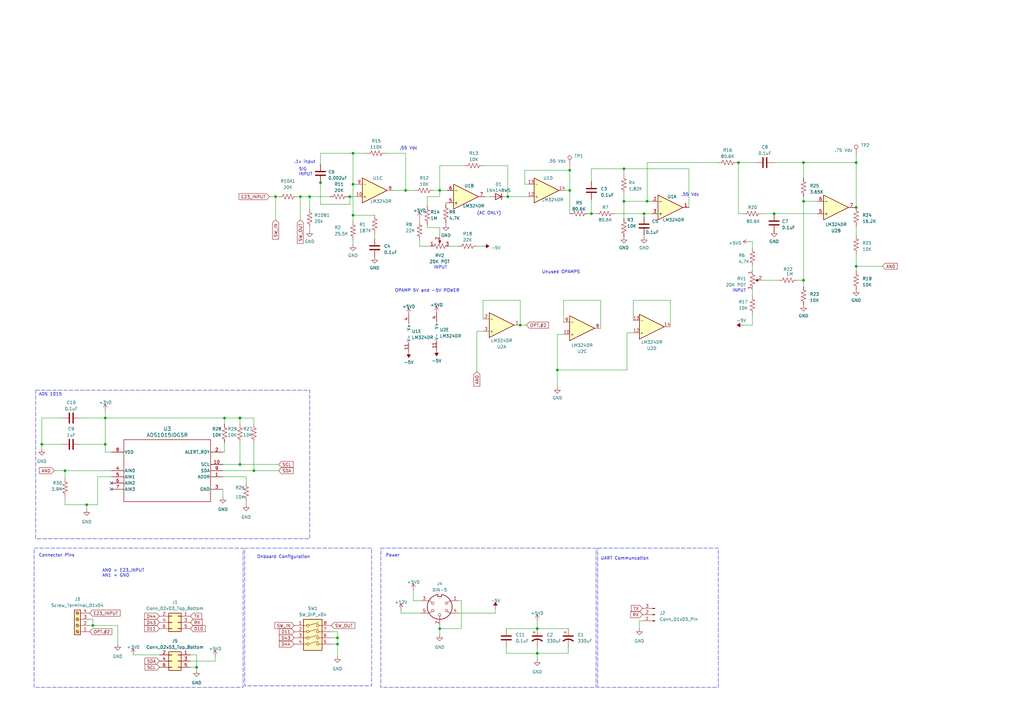
<source format=kicad_sch>
(kicad_sch (version 20231120) (generator "eeschema") (generator_version "8.0")
  (paper "A3")
  (title_block (title "Current Monitoring System (Bottom Board)") (date "2024-09-09") (rev "C1.06") (company "Secured Solutions Group") (comment 1 "David Nguyen") (comment 2 "david@securedsolutionsgroup.com") (comment 3 "(909)-896-1654"))
  (lib_symbols
    (symbol "Amplifier_Operational:LM324" (pin_names (offset 0.127))
      (property "Reference" "U" (at 0 5.08 0))
      (property "Value" "LM324" (at 0 -5.08 0))
      (symbol "LM324_1_1"
        (pin output line (at 7.62 0 180) (length 2.54) (name "~") (number "1"))
        (pin input line (at -7.62 -2.54 0) (length 2.54) (name "-") (number "2"))
        (pin input line (at -7.62 2.54 0) (length 2.54) (name "+") (number "3"))
      )
      (symbol "LM324_2_1"
        (pin input line (at -7.62 2.54 0) (length 2.54) (name "+") (number "5"))
        (pin input line (at -7.62 -2.54 0) (length 2.54) (name "-") (number "6"))
        (pin output line (at 7.62 0 180) (length 2.54) (name "~") (number "7"))
      )
      (symbol "LM324_3_1"
        (pin input line (at -7.62 2.54 0) (length 2.54) (name "+") (number "10"))
        (pin output line (at 7.62 0 180) (length 2.54) (name "~") (number "8"))
        (pin input line (at -7.62 -2.54 0) (length 2.54) (name "-") (number "9"))
      )
      (symbol "LM324_4_1"
        (pin input line (at -7.62 2.54 0) (length 2.54) (name "+") (number "12"))
        (pin input line (at -7.62 -2.54 0) (length 2.54) (name "-") (number "13"))
        (pin output line (at 7.62 0 180) (length 2.54) (name "~") (number "14"))
      )
      (symbol "LM324_5_1"
        (pin power_in line (at -2.54 -7.62 90) (length 3.81) (name "V-") (number "11"))
        (pin power_in line (at -2.54 7.62 270) (length 3.81) (name "V+") (number "4"))
      )
    )
    (symbol "Connector:Conn_01x03_Pin" (pin_names (offset 1.016) hide)
      (property "Reference" "J" (at 0 5.08 0))
      (property "Value" "Conn_01x03_Pin" (at 0 -5.08 0))
      (symbol "Conn_01x03_Pin_1_1"
        (pin passive line (at 5.08 2.54 180) (length 3.81) (name "Pin_1") (number "1"))
        (pin passive line (at 5.08 0 180) (length 3.81) (name "Pin_2") (number "2"))
        (pin passive line (at 5.08 -2.54 180) (length 3.81) (name "Pin_3") (number "3"))
      )
    )
    (symbol "Connector:DIN-5" (pin_names (offset 1.016))
      (property "Reference" "J5" (at -0.0001 9.525 0))
      (property "Value" "DIN-5" (at -0.0001 6.985 0))
      (symbol "DIN-5_1_1"
        (pin passive line (at -7.62 -2.54 0) (length 2.54) (name "~") (number "1"))
        (pin passive line (at 0 7.62 270) (length 2.54) (name "~") (number "2"))
        (pin passive line (at 7.62 -2.54 180) (length 2.54) (name "~") (number "3"))
        (pin passive line (at -7.62 2.54 0) (length 2.54) (name "~") (number "4"))
        (pin passive line (at 7.62 2.54 180) (length 2.54) (name "~") (number "5"))
      )
    )
    (symbol "Connector:Screw_Terminal_01x04" (pin_names (offset 1.016) hide)
      (property "Reference" "J" (at 0 5.08 0))
      (property "Value" "Screw_Terminal_01x04" (at 0 -7.62 0))
      (symbol "Screw_Terminal_01x04_1_1"
        (pin passive line (at -5.08 2.54 0) (length 3.81) (name "Pin_1") (number "1"))
        (pin passive line (at -5.08 0 0) (length 3.81) (name "Pin_2") (number "2"))
        (pin passive line (at -5.08 -2.54 0) (length 3.81) (name "Pin_3") (number "3"))
        (pin passive line (at -5.08 -5.08 0) (length 3.81) (name "Pin_4") (number "4"))
      )
    )
    (symbol "Connector:TestPoint" (pin_numbers hide) (pin_names (offset 0.762) hide)
      (property "Reference" "TP" (at 0 6.858 0))
      (property "Value" "TestPoint" (at 0 5.08 0))
      (symbol "TestPoint_1_1"
        (pin passive line (at 0 0 90) (length 2.54) (name "1") (number "1"))
      )
    )
    (symbol "Connector_Generic:Conn_02x03_Odd_Even" (pin_names (offset 1.016) hide)
      (property "Reference" "J" (at 1.27 5.08 0))
      (property "Value" "Conn_02x03_Odd_Even" (at 1.27 -5.08 0))
      (symbol "Conn_02x03_Odd_Even_1_1"
        (pin passive line (at -5.08 2.54 0) (length 3.81) (name "Pin_1") (number "1"))
        (pin passive line (at 7.62 2.54 180) (length 3.81) (name "Pin_2") (number "2"))
        (pin passive line (at -5.08 0 0) (length 3.81) (name "Pin_3") (number "3"))
        (pin passive line (at 7.62 0 180) (length 3.81) (name "Pin_4") (number "4"))
        (pin passive line (at -5.08 -2.54 0) (length 3.81) (name "Pin_5") (number "5"))
        (pin passive line (at 7.62 -2.54 180) (length 3.81) (name "Pin_6") (number "6"))
      )
    )
    (symbol "Device:C" (pin_numbers hide) (pin_names (offset 0.254))
      (property "Reference" "C" (at 0.635 2.54 0))
      (property "Value" "C" (at 0.635 -2.54 0))
      (symbol "C_1_1"
        (pin passive line (at 0 3.81 270) (length 2.794) (name "~") (number "1"))
        (pin passive line (at 0 -3.81 90) (length 2.794) (name "~") (number "2"))
      )
    )
    (symbol "Device:C_Polarized_US" (pin_numbers hide) (pin_names (offset 0.254) hide)
      (property "Reference" "C" (at 0.635 2.54 0))
      (property "Value" "C_Polarized_US" (at 0.635 -2.54 0))
      (symbol "C_Polarized_US_1_1"
        (pin passive line (at 0 3.81 270) (length 2.794) (name "~") (number "1"))
        (pin passive line (at 0 -3.81 90) (length 3.302) (name "~") (number "2"))
      )
    )
    (symbol "Device:R_Potentiometer_US" (pin_names (offset 1.016) hide)
      (property "Reference" "RV" (at -4.445 0 90))
      (property "Value" "R_Potentiometer_US" (at -2.54 0 90))
      (symbol "R_Potentiometer_US_1_1"
        (pin passive line (at 0 3.81 270) (length 1.27) (name "1") (number "1"))
        (pin passive line (at 3.81 0 180) (length 1.27) (name "2") (number "2"))
        (pin passive line (at 0 -3.81 90) (length 1.27) (name "3") (number "3"))
      )
    )
    (symbol "Device:R_US" (pin_numbers hide) (pin_names (offset 0))
      (property "Reference" "R" (at 2.54 0 90))
      (property "Value" "R_US" (at -2.54 0 90))
      (symbol "R_US_1_1"
        (pin passive line (at 0 3.81 270) (length 1.27) (name "~") (number "1"))
        (pin passive line (at 0 -3.81 90) (length 1.27) (name "~") (number "2"))
      )
    )
    (symbol "Diode:1N914" (pin_numbers hide) (pin_names hide)
      (property "Reference" "D" (at 0 2.54 0))
      (property "Value" "1N914" (at 0 -2.54 0))
      (symbol "1N914_1_1"
        (pin passive line (at -3.81 0 0) (length 2.54) (name "K") (number "1"))
        (pin passive line (at 3.81 0 180) (length 2.54) (name "A") (number "2"))
      )
    )
    (symbol "Switch:SW_DIP_x04" (pin_names (offset 0) hide)
      (property "Reference" "SW" (at 0 8.89 0))
      (property "Value" "SW_DIP_x04" (at 0 -6.35 0))
      (symbol "SW_DIP_x04_1_1"
        (pin passive line (at -7.62 5.08 0) (length 5.08) (name "~") (number "1"))
        (pin passive line (at -7.62 2.54 0) (length 5.08) (name "~") (number "2"))
        (pin passive line (at -7.62 0 0) (length 5.08) (name "~") (number "3"))
        (pin passive line (at -7.62 -2.54 0) (length 5.08) (name "~") (number "4"))
        (pin passive line (at 7.62 -2.54 180) (length 5.08) (name "~") (number "5"))
        (pin passive line (at 7.62 0 180) (length 5.08) (name "~") (number "6"))
        (pin passive line (at 7.62 2.54 180) (length 5.08) (name "~") (number "7"))
        (pin passive line (at 7.62 5.08 180) (length 5.08) (name "~") (number "8"))
      )
    )
    (symbol "ads1015:ADS1015IDGSR" (pin_names (offset 0.254))
      (property "Reference" "U" (at 0 2.54 0))
      (property "Value" "ADS1015IDGSR" (at 0 0 0))
      (symbol "ADS1015IDGSR_0_1"
        (pin input line (at 22.86 -2.54 180) (length 5.08) (name "ADDR") (number "1"))
        (pin input line (at 22.86 2.54 180) (length 5.08) (name "SCL") (number "10"))
        (pin output line (at 22.86 7.62 180) (length 5.08) (name "ALERT_RDY") (number "2"))
        (pin power_in line (at 22.86 -7.62 180) (length 5.08) (name "GND") (number "3"))
        (pin input line (at -22.86 0 0) (length 5.08) (name "AIN0") (number "4"))
        (pin input line (at -22.86 -2.54 0) (length 5.08) (name "AIN1") (number "5"))
        (pin input line (at -22.86 -5.08 0) (length 5.08) (name "AIN2") (number "6"))
        (pin input line (at -22.86 -7.62 0) (length 5.08) (name "AIN3") (number "7"))
        (pin power_in line (at -22.86 7.62 0) (length 5.08) (name "VDD") (number "8"))
        (pin bidirectional line (at 22.86 0 180) (length 5.08) (name "SDA") (number "9"))
      )
    )
    (symbol "power:+12V" (power) (pin_names (offset 0))
      (property "Value" "+12V" (at 0 3.556 0))
      (symbol "+12V_1_1"
        (pin power_in line (at 0 0 90) (length 0) hide (name "+12V") (number "1"))
      )
    )
    (symbol "power:+3V0" (power) (pin_names (offset 0))
      (property "Value" "+3V0" (at 0 3.556 0))
      (symbol "+3V0_1_1"
        (pin power_in line (at 0 0 90) (length 0) hide (name "+3V0") (number "1"))
      )
    )
    (symbol "power:+5VD" (power) (pin_names (offset 0))
      (property "Value" "+5VD" (at 0 3.556 0))
      (symbol "+5VD_1_1"
        (pin power_in line (at 0 0 90) (length 0) hide (name "+5VD") (number "1"))
      )
    )
    (symbol "power:-5V" (power) (pin_names (offset 0))
      (property "Value" "-5V" (at 0 3.81 0))
      (symbol "-5V_0_0"
        (pin power_in line (at 0 0 90) (length 0) hide (name "-5V") (number "1"))
      )
    )
    (symbol "power:GND" (power) (pin_names (offset 0))
      (property "Value" "GND" (at 0 -3.81 0))
      (symbol "GND_1_1"
        (pin power_in line (at 0 0 270) (length 0) hide (name "GND") (number "1"))
      )
    )
  )
  (junction (at 220.345 267.97))
  (junction (at 127 80.645))
  (junction (at 233.68 69.85))
  (junction (at 92.075 171.45))
  (junction (at 180.34 257.81))
  (junction (at 264.16 87.63))
  (junction (at 233.68 78.105))
  (junction (at 351.155 66.675))
  (junction (at 255.905 82.55))
  (junction (at 113.03 80.645))
  (junction (at 138.43 261.62))
  (junction (at 17.145 182.245))
  (junction (at 35.56 207.01))
  (junction (at 317.5 87.63))
  (junction (at 123.19 80.645))
  (junction (at 98.425 171.45))
  (junction (at 138.43 264.16))
  (junction (at 302.895 66.675))
  (junction (at 80.645 273.685))
  (junction (at 329.565 66.675))
  (junction (at 255.905 69.215))
  (junction (at 26.67 193.04))
  (junction (at 38.1 256.54))
  (junction (at 143.51 80.645))
  (junction (at 351.155 85.09))
  (junction (at 180.34 78.105))
  (junction (at 213.36 133.35))
  (junction (at 144.78 62.865))
  (junction (at 351.155 109.22))
  (junction (at 144.78 75.565))
  (junction (at 329.565 82.55))
  (junction (at 43.18 171.45))
  (junction (at 98.425 190.5))
  (junction (at 208.28 80.645))
  (junction (at 131.445 74.93))
  (junction (at 242.57 87.63))
  (junction (at 144.78 88.265))
  (junction (at 265.43 82.55))
  (junction (at 228.6 151.765))
  (junction (at 104.14 193.04))
  (junction (at 220.345 257.81))
  (junction (at 166.37 78.105))
  (junction (at 329.565 114.935))
  (junction (at 43.18 182.245))
  (no_connect (at 45.72 198.12))
  (no_connect (at 45.72 200.66))
  (wire (pts (xy 123.19 80.645) (xy 123.19 90.17)))
  (wire (pts (xy 246.38 123.19) (xy 246.38 134.62)))
  (wire (pts (xy 26.67 207.01) (xy 35.56 207.01)))
  (wire (pts (xy 184.15 100.965) (xy 187.96 100.965)))
  (wire (pts (xy 91.44 190.5) (xy 98.425 190.5)))
  (wire (pts (xy 302.895 66.675) (xy 302.895 87.63)))
  (wire (pts (xy 231.14 137.16) (xy 228.6 137.16)))
  (wire (pts (xy 208.28 67.945) (xy 208.28 80.645)))
  (wire (pts (xy 274.955 123.19) (xy 274.955 133.985)))
  (wire (pts (xy 329.565 82.55) (xy 335.28 82.55)))
  (wire (pts (xy 233.68 67.945) (xy 233.68 69.85)))
  (wire (pts (xy 180.34 260.35) (xy 180.34 257.81)))
  (wire (pts (xy 187.96 246.38) (xy 189.23 246.38)))
  (wire (pts (xy 92.075 181.61) (xy 92.075 185.42)))
  (wire (pts (xy 113.03 80.645) (xy 114.3 80.645)))
  (wire (pts (xy 282.575 69.215) (xy 255.905 69.215)))
  (wire (pts (xy 198.12 67.945) (xy 208.28 67.945)))
  (wire (pts (xy 169.545 246.38) (xy 172.72 246.38)))
  (wire (pts (xy 153.67 95.885) (xy 153.67 97.79)))
  (wire (pts (xy 131.445 74.295) (xy 131.445 74.93)))
  (wire (pts (xy 180.34 93.345) (xy 180.34 97.155)))
  (wire (pts (xy 158.115 62.865) (xy 166.37 62.865)))
  (wire (pts (xy 40.005 195.58) (xy 40.005 207.01)))
  (wire (pts (xy 144.78 62.865) (xy 131.445 62.865)))
  (wire (pts (xy 127 80.645) (xy 135.255 80.645)))
  (wire (pts (xy 308.61 118.745) (xy 308.61 121.285)))
  (wire (pts (xy 259.715 131.445) (xy 259.715 123.19)))
  (wire (pts (xy 166.37 62.865) (xy 166.37 78.105)))
  (wire (pts (xy 228.6 158.75) (xy 228.6 151.765)))
  (wire (pts (xy 143.51 83.82) (xy 143.51 80.645)))
  (wire (pts (xy 207.645 267.97) (xy 220.345 267.97)))
  (wire (pts (xy 17.145 171.45) (xy 17.145 182.245)))
  (wire (pts (xy 144.78 75.565) (xy 144.78 88.265)))
  (wire (pts (xy 228.6 137.16) (xy 228.6 151.765)))
  (wire (pts (xy 207.645 257.81) (xy 220.345 257.81)))
  (wire (pts (xy 255.905 71.755) (xy 255.905 69.215)))
  (wire (pts (xy 182.88 83.185) (xy 183.515 83.185)))
  (wire (pts (xy 308.61 133.35) (xy 308.61 128.905)))
  (wire (pts (xy 264.16 96.52) (xy 264.16 97.155)))
  (wire (pts (xy 92.075 171.45) (xy 98.425 171.45)))
  (wire (pts (xy 351.155 66.675) (xy 351.155 85.09)))
  (wire (pts (xy 38.1 256.54) (xy 48.26 256.54)))
  (wire (pts (xy 242.57 87.63) (xy 244.475 87.63)))
  (wire (pts (xy 144.78 75.565) (xy 144.78 62.865)))
  (wire (pts (xy 104.14 181.61) (xy 104.14 193.04)))
  (wire (pts (xy 351.155 63.5) (xy 351.155 66.675)))
  (wire (pts (xy 177.8 78.105) (xy 180.34 78.105)))
  (wire (pts (xy 38.1 256.54) (xy 36.83 256.54)))
  (wire (pts (xy 164.465 251.46) (xy 172.72 251.46)))
  (wire (pts (xy 190.5 67.945) (xy 180.34 67.945)))
  (wire (pts (xy 80.645 268.605) (xy 80.645 273.685)))
  (wire (pts (xy 304.8 87.63) (xy 302.895 87.63)))
  (wire (pts (xy 220.345 270.51) (xy 220.345 267.97)))
  (wire (pts (xy 80.645 273.685) (xy 78.105 273.685)))
  (wire (pts (xy 43.18 171.45) (xy 43.18 182.245)))
  (wire (pts (xy 43.18 182.245) (xy 43.18 185.42)))
  (wire (pts (xy 113.03 80.645) (xy 113.03 90.17)))
  (wire (pts (xy 172.085 89.535) (xy 172.085 90.805)))
  (wire (pts (xy 144.78 98.425) (xy 144.78 100.33)))
  (wire (pts (xy 307.34 99.06) (xy 308.61 99.06)))
  (wire (pts (xy 198.12 130.81) (xy 198.12 123.19)))
  (wire (pts (xy 215.265 75.565) (xy 216.535 75.565)))
  (wire (pts (xy 144.78 88.265) (xy 144.78 90.805)))
  (wire (pts (xy 207.645 265.43) (xy 207.645 267.97)))
  (wire (pts (xy 361.95 109.22) (xy 351.155 109.22)))
  (wire (pts (xy 241.3 87.63) (xy 242.57 87.63)))
  (wire (pts (xy 312.42 114.935) (xy 319.405 114.935)))
  (wire (pts (xy 175.26 84.455) (xy 175.26 80.645)))
  (wire (pts (xy 242.57 69.215) (xy 242.57 74.295)))
  (wire (pts (xy 329.565 80.645) (xy 329.565 82.55)))
  (wire (pts (xy 294.64 66.675) (xy 265.43 66.675)))
  (wire (pts (xy 36.83 254) (xy 38.1 254)))
  (wire (pts (xy 143.51 80.645) (xy 146.05 80.645)))
  (wire (pts (xy 265.43 66.675) (xy 265.43 82.55)))
  (wire (pts (xy 110.49 80.645) (xy 113.03 80.645)))
  (wire (pts (xy 350.52 85.09) (xy 351.155 85.09)))
  (wire (pts (xy 26.67 196.215) (xy 26.67 193.04)))
  (wire (pts (xy 242.57 69.215) (xy 255.905 69.215)))
  (wire (pts (xy 180.34 67.945) (xy 180.34 78.105)))
  (wire (pts (xy 231.775 78.105) (xy 233.68 78.105)))
  (wire (pts (xy 144.78 62.865) (xy 150.495 62.865)))
  (wire (pts (xy 35.56 207.01) (xy 35.56 208.915)))
  (wire (pts (xy 98.425 181.61) (xy 98.425 190.5)))
  (wire (pts (xy 135.89 261.62) (xy 138.43 261.62)))
  (wire (pts (xy 198.12 123.19) (xy 213.36 123.19)))
  (wire (pts (xy 98.425 173.99) (xy 98.425 171.45)))
  (wire (pts (xy 257.175 136.525) (xy 259.715 136.525)))
  (wire (pts (xy 26.67 193.04) (xy 45.72 193.04)))
  (wire (pts (xy 255.905 82.55) (xy 255.905 89.535)))
  (wire (pts (xy 220.345 254.635) (xy 220.345 257.81)))
  (wire (pts (xy 255.905 79.375) (xy 255.905 82.55)))
  (wire (pts (xy 203.2 249.555) (xy 203.2 251.46)))
  (wire (pts (xy 195.58 135.89) (xy 195.58 152.4)))
  (wire (pts (xy 138.43 261.62) (xy 138.43 259.08)))
  (wire (pts (xy 100.965 207.01) (xy 100.965 205.74)))
  (wire (pts (xy 264.16 87.63) (xy 264.16 88.9)))
  (wire (pts (xy 91.44 200.66) (xy 91.44 203.835)))
  (wire (pts (xy 233.68 78.105) (xy 233.68 69.85)))
  (wire (pts (xy 265.43 82.55) (xy 267.335 82.55)))
  (wire (pts (xy 317.5 95.25) (xy 317.5 94.615)))
  (wire (pts (xy 138.43 264.16) (xy 138.43 261.62)))
  (wire (pts (xy 43.18 185.42) (xy 45.72 185.42)))
  (wire (pts (xy 175.26 80.645) (xy 180.34 80.645)))
  (wire (pts (xy 54.61 268.605) (xy 65.405 268.605)))
  (wire (pts (xy 33.02 182.245) (xy 43.18 182.245)))
  (wire (pts (xy 329.565 114.935) (xy 329.565 117.475)))
  (wire (pts (xy 38.1 254) (xy 38.1 256.54)))
  (wire (pts (xy 259.715 123.19) (xy 274.955 123.19)))
  (wire (pts (xy 203.2 251.46) (xy 187.96 251.46)))
  (wire (pts (xy 304.8 133.35) (xy 308.61 133.35)))
  (wire (pts (xy 100.965 195.58) (xy 100.965 198.12)))
  (wire (pts (xy 121.92 80.645) (xy 123.19 80.645)))
  (wire (pts (xy 231.14 132.08) (xy 231.14 123.19)))
  (wire (pts (xy 351.155 109.22) (xy 351.155 111.125)))
  (wire (pts (xy 257.175 136.525) (xy 257.175 151.765)))
  (wire (pts (xy 195.58 100.965) (xy 198.12 100.965)))
  (wire (pts (xy 351.155 92.71) (xy 351.155 96.52)))
  (wire (pts (xy 91.44 185.42) (xy 92.075 185.42)))
  (wire (pts (xy 233.045 267.97) (xy 220.345 267.97)))
  (wire (pts (xy 25.4 182.245) (xy 17.145 182.245)))
  (wire (pts (xy 135.89 259.08) (xy 138.43 259.08)))
  (wire (pts (xy 43.18 168.275) (xy 43.18 171.45)))
  (wire (pts (xy 189.23 257.81) (xy 180.34 257.81)))
  (wire (pts (xy 302.895 66.675) (xy 302.26 66.675)))
  (wire (pts (xy 164.465 250.19) (xy 164.465 251.46)))
  (wire (pts (xy 233.045 257.81) (xy 220.345 257.81)))
  (wire (pts (xy 144.78 88.265) (xy 153.67 88.265)))
  (wire (pts (xy 329.565 82.55) (xy 329.565 114.935)))
  (wire (pts (xy 329.565 66.675) (xy 351.155 66.675)))
  (wire (pts (xy 180.34 78.105) (xy 183.515 78.105)))
  (wire (pts (xy 327.025 114.935) (xy 329.565 114.935)))
  (wire (pts (xy 91.44 193.04) (xy 104.14 193.04)))
  (wire (pts (xy 17.145 182.245) (xy 17.145 184.15)))
  (wire (pts (xy 231.14 123.19) (xy 246.38 123.19)))
  (wire (pts (xy 228.6 151.765) (xy 257.175 151.765)))
  (wire (pts (xy 33.02 171.45) (xy 43.18 171.45)))
  (wire (pts (xy 308.61 109.22) (xy 308.61 111.125)))
  (wire (pts (xy 48.26 264.16) (xy 48.26 256.54)))
  (wire (pts (xy 308.61 99.06) (xy 308.61 101.6)))
  (wire (pts (xy 317.5 66.675) (xy 329.565 66.675)))
  (wire (pts (xy 166.37 78.105) (xy 161.29 78.105)))
  (wire (pts (xy 22.225 193.04) (xy 26.67 193.04)))
  (wire (pts (xy 43.18 171.45) (xy 92.075 171.45)))
  (wire (pts (xy 25.4 171.45) (xy 17.145 171.45)))
  (wire (pts (xy 175.26 93.345) (xy 175.26 92.075)))
  (wire (pts (xy 182.88 83.82) (xy 182.88 83.185)))
  (wire (pts (xy 180.34 80.645) (xy 180.34 78.105)))
  (wire (pts (xy 138.43 269.24) (xy 138.43 264.16)))
  (wire (pts (xy 317.5 87.63) (xy 335.28 87.63)))
  (wire (pts (xy 233.68 69.85) (xy 215.265 69.85)))
  (wire (pts (xy 282.575 85.09) (xy 282.575 69.215)))
  (wire (pts (xy 180.34 257.81) (xy 180.34 256.54)))
  (wire (pts (xy 78.105 271.145) (xy 88.265 271.145)))
  (wire (pts (xy 198.12 135.89) (xy 195.58 135.89)))
  (wire (pts (xy 78.105 268.605) (xy 80.645 268.605)))
  (wire (pts (xy 166.37 78.105) (xy 170.18 78.105)))
  (wire (pts (xy 92.075 171.45) (xy 92.075 173.99)))
  (wire (pts (xy 198.755 80.645) (xy 200.66 80.645)))
  (wire (pts (xy 169.545 241.935) (xy 169.545 246.38)))
  (wire (pts (xy 88.265 271.145) (xy 88.265 269.24)))
  (wire (pts (xy 172.085 100.965) (xy 176.53 100.965)))
  (wire (pts (xy 262.255 254.635) (xy 263.525 254.635)))
  (wire (pts (xy 302.895 66.675) (xy 309.88 66.675)))
  (wire (pts (xy 98.425 171.45) (xy 104.14 171.45)))
  (wire (pts (xy 189.23 246.38) (xy 189.23 257.81)))
  (wire (pts (xy 80.645 274.955) (xy 80.645 273.685)))
  (wire (pts (xy 98.425 190.5) (xy 114.3 190.5)))
  (wire (pts (xy 215.265 69.85) (xy 215.265 75.565)))
  (wire (pts (xy 329.565 66.675) (xy 329.565 73.025)))
  (wire (pts (xy 233.68 78.105) (xy 233.68 87.63)))
  (wire (pts (xy 215.9 133.35) (xy 213.36 133.35)))
  (wire (pts (xy 262.255 257.81) (xy 262.255 254.635)))
  (wire (pts (xy 233.045 265.43) (xy 233.045 267.97)))
  (wire (pts (xy 45.72 195.58) (xy 40.005 195.58)))
  (wire (pts (xy 123.19 80.645) (xy 127 80.645)))
  (wire (pts (xy 252.095 87.63) (xy 264.16 87.63)))
  (wire (pts (xy 213.36 123.19) (xy 213.36 133.35)))
  (wire (pts (xy 131.445 83.82) (xy 143.51 83.82)))
  (wire (pts (xy 144.78 75.565) (xy 146.05 75.565)))
  (wire (pts (xy 242.57 81.915) (xy 242.57 87.63)))
  (wire (pts (xy 351.155 104.14) (xy 351.155 109.22)))
  (wire (pts (xy 255.905 82.55) (xy 265.43 82.55)))
  (wire (pts (xy 220.345 267.97) (xy 220.345 265.43)))
  (wire (pts (xy 135.89 264.16) (xy 138.43 264.16)))
  (wire (pts (xy 172.085 98.425) (xy 172.085 100.965)))
  (wire (pts (xy 127 93.345) (xy 127 94.615)))
  (wire (pts (xy 142.875 80.645) (xy 143.51 80.645)))
  (wire (pts (xy 91.44 195.58) (xy 100.965 195.58)))
  (wire (pts (xy 182.88 91.44) (xy 182.88 92.075)))
  (wire (pts (xy 175.26 93.345) (xy 180.34 93.345)))
  (wire (pts (xy 35.56 207.01) (xy 40.005 207.01)))
  (wire (pts (xy 208.28 80.645) (xy 216.535 80.645)))
  (wire (pts (xy 131.445 62.865) (xy 131.445 67.31)))
  (wire (pts (xy 127 85.725) (xy 127 80.645)))
  (wire (pts (xy 264.16 87.63) (xy 267.335 87.63)))
  (wire (pts (xy 131.445 74.93) (xy 131.445 83.82)))
  (wire (pts (xy 104.14 193.04) (xy 114.3 193.04)))
  (wire (pts (xy 317.5 87.63) (xy 312.42 87.63)))
  (wire (pts (xy 104.14 173.99) (xy 104.14 171.45)))
  (wire (pts (xy 26.67 203.835) (xy 26.67 207.01)))
  (rectangle (start 13.97 224.79) (end 99.695 281.94) (stroke (width 0) (type dash)))
  (rectangle (start 156.21 224.79) (end 244.475 281.94) (stroke (width 0) (type dash)))
  (rectangle (start 14.605 160.02) (end 127 220.98) (stroke (width 0) (type dash)))
  (rectangle (start 245.11 224.79) (end 294.64 281.94) (stroke (width 0) (type dash)))
  (rectangle (start 100.33 224.79) (end 152.4 281.305) (stroke (width 0) (type dash)))
  (text "Connector Pins" (at 15.875 228.6 0) (effects (font (size 1.27 1.27)) (justify left bottom)))
  (text "INPUT" (at 177.8 110.49 0) (effects (font (size 1.27 1.27)) (justify left bottom)))
  (text ".55 Vdc\n" (at 163.83 61.595 0) (effects (font (size 1.27 1.27)) (justify left bottom)))
  (text "AN0 = E23_INPUT\nAN1 = GND" (at 41.91 236.855 0) (effects (font (size 1.27 1.27)) (justify left bottom)))
  (text "Unused OPAMPS" (at 222.25 112.395 0) (effects (font (size 1.27 1.27)) (justify left bottom)))
  (text "OPAMP 5V and -5V POWER" (at 161.925 120.015 0) (effects (font (size 1.27 1.27)) (justify left bottom)))
  (text ".1v input\n" (at 120.65 67.183 0) (effects (font (size 1.27 1.27)) (justify left bottom)))
  (text "Power" (at 158.115 228.6 0) (effects (font (size 1.27 1.27)) (justify left bottom)))
  (text "Onboard Configuration" (at 105.41 229.235 0) (effects (font (size 1.27 1.27)) (justify left bottom)))
  (text "(AC ONLY)" (at 195.58 88.265 0) (effects (font (size 1.27 1.27)) (justify left bottom)))
  (text ".55 Vdc\n" (at 279.4 80.645 0) (effects (font (size 1.27 1.27)) (justify left bottom)))
  (text "SIG\nINPUT" (at 122.555 72.263 0) (effects (font (size 1.27 1.27)) (justify left bottom)))
  (text "INPUT" (at 300.355 120.015 0) (effects (font (size 1.27 1.27)) (justify left bottom)))
  (text "ADS 1015" (at 15.875 162.56 0) (effects (font (size 1.27 1.27)) (justify left bottom)))
  (text "UART Communcation" (at 246.38 229.87 0) (effects (font (size 1.27 1.27)) (justify left bottom)))
  (global_label "D11" (shape input) (at 65.405 257.81 180) (property "Intersheetrefs" "${INTERSHEET_REFS}" (effects (hide yes))))
  (global_label "SCL" (shape input) (at 65.405 273.685 180) (property "Intersheetrefs" "${INTERSHEET_REFS}" (effects (hide yes))))
  (global_label "E23_INPUT" (shape input) (at 110.49 80.645 180) (property "Intersheetrefs" "${INTERSHEET_REFS}" (effects (hide yes))))
  (global_label "SDA" (shape input) (at 114.3 193.04 0) (property "Intersheetrefs" "${INTERSHEET_REFS}" (effects (hide yes))))
  (global_label "D43" (shape input) (at 65.405 255.27 180) (property "Intersheetrefs" "${INTERSHEET_REFS}" (effects (hide yes))))
  (global_label "TX" (shape input) (at 263.525 249.555 180) (property "Intersheetrefs" "${INTERSHEET_REFS}" (effects (hide yes))))
  (global_label "E23_INPUT" (shape input) (at 36.83 251.46 0) (property "Intersheetrefs" "${INTERSHEET_REFS}" (effects (hide yes))))
  (global_label "SDA" (shape input) (at 65.405 271.145 180) (property "Intersheetrefs" "${INTERSHEET_REFS}" (effects (hide yes))))
  (global_label "RX" (shape input) (at 78.105 255.27 0) (property "Intersheetrefs" "${INTERSHEET_REFS}" (effects (hide yes))))
  (global_label "SW_IN" (shape input) (at 113.03 90.17 270) (property "Intersheetrefs" "${INTERSHEET_REFS}" (effects (hide yes))))
  (global_label "AN0" (shape input) (at 361.95 109.22 0) (property "Intersheetrefs" "${INTERSHEET_REFS}" (effects (hide yes))))
  (global_label "D10" (shape input) (at 78.105 257.81 0) (property "Intersheetrefs" "${INTERSHEET_REFS}" (effects (hide yes))))
  (global_label "D44" (shape input) (at 120.65 264.16 180) (property "Intersheetrefs" "${INTERSHEET_REFS}" (effects (hide yes))))
  (global_label "SW_OUT" (shape input) (at 135.89 256.54 0) (property "Intersheetrefs" "${INTERSHEET_REFS}" (effects (hide yes))))
  (global_label "OPT.#2" (shape input) (at 36.83 259.08 0) (property "Intersheetrefs" "${INTERSHEET_REFS}" (effects (hide yes))))
  (global_label "D11" (shape input) (at 120.65 259.08 180) (property "Intersheetrefs" "${INTERSHEET_REFS}" (effects (hide yes))))
  (global_label "SW_OUT" (shape input) (at 123.19 90.17 270) (property "Intersheetrefs" "${INTERSHEET_REFS}" (effects (hide yes))))
  (global_label "SCL" (shape input) (at 114.3 190.5 0) (property "Intersheetrefs" "${INTERSHEET_REFS}" (effects (hide yes))))
  (global_label "RX" (shape input) (at 263.525 252.095 180) (property "Intersheetrefs" "${INTERSHEET_REFS}" (effects (hide yes))))
  (global_label "SW_IN" (shape input) (at 120.65 256.54 180) (property "Intersheetrefs" "${INTERSHEET_REFS}" (effects (hide yes))))
  (global_label "AN0" (shape input) (at 22.225 193.04 180) (property "Intersheetrefs" "${INTERSHEET_REFS}" (effects (hide yes))))
  (global_label "D44" (shape input) (at 65.405 252.73 180) (property "Intersheetrefs" "${INTERSHEET_REFS}" (effects (hide yes))))
  (global_label "AN0" (shape input) (at 195.58 152.4 270) (property "Intersheetrefs" "${INTERSHEET_REFS}" (effects (hide yes))))
  (global_label "OPT.#2" (shape input) (at 215.9 133.35 0) (property "Intersheetrefs" "${INTERSHEET_REFS}" (effects (hide yes))))
  (global_label "D43" (shape input) (at 120.65 261.62 180) (property "Intersheetrefs" "${INTERSHEET_REFS}" (effects (hide yes))))
  (global_label "TX" (shape input) (at 78.105 252.73 0) (property "Intersheetrefs" "${INTERSHEET_REFS}" (effects (hide yes))))
  (symbol (lib_id "power:GND") (at 127 94.615 0) (unit 1)
    (property "Reference" "#PWR018" (effects (hide yes)))
    (property "Value" "GND" (at 127 99.06 0))
  )
  (symbol (lib_id "Amplifier_Operational:LM324") (at 191.135 80.645 0) (mirror x) (unit 2)
    (property "Reference" "U1" (at 192.405 76.2 0))
    (property "Value" "LM324DR" (at 194.31 84.455 0))
    (property "Footprint" "Package_SO:SOIC-14_3.9x8.7mm_P1.27mm" (effects (hide yes)))
    (property "Datasheet" "http://www.ti.com/lit/ds/symlink/lm2902-n.pdf" (effects (hide yes)))
  )
  (symbol (lib_id "Connector:Screw_Terminal_01x04") (at 31.75 256.54 180) (unit 1)
    (property "Reference" "J3" (at 31.75 245.745 0))
    (property "Value" "Screw_Terminal_01x04" (at 31.75 248.285 0))
    (property "Footprint" "bot_lib:Terminal_Strip_4_Pin" (effects (hide yes)))
  )
  (symbol (lib_id "Amplifier_Operational:LM324") (at 153.67 78.105 0) (mirror x) (unit 3)
    (property "Reference" "U1" (at 154.94 73.025 0))
    (property "Value" "LM324DR" (at 156.21 82.55 0))
    (property "Footprint" "Package_SO:SOIC-14_3.9x8.7mm_P1.27mm" (effects (hide yes)))
    (property "Datasheet" "http://www.ti.com/lit/ds/symlink/lm2902-n.pdf" (effects (hide yes)))
  )
  (symbol (lib_id "Device:R_US") (at 351.155 100.33 180) (unit 1)
    (property "Reference" "R21" (at 353.695 99.695 0) (effects (justify right)))
    (property "Value" "10K" (at 353.695 102.235 0) (effects (justify right)))
    (property "Footprint" "Resistor_SMD:R_0603_1608Metric" (effects (hide yes)))
  )
  (symbol (lib_id "Device:R_US") (at 144.78 94.615 0) (unit 1)
    (property "Reference" "R2" (at 137.16 93.345 0) (effects (justify left)))
    (property "Value" "25.5K" (at 137.16 95.885 0) (effects (justify left)))
    (property "Footprint" "Resistor_SMD:R_0603_1608Metric" (effects (hide yes)))
  )
  (symbol (lib_id "Connector_Generic:Conn_02x03_Odd_Even") (at 73.025 271.145 0) (mirror y) (unit 1)
    (property "Reference" "J5" (at 71.755 262.89 0))
    (property "Value" "Conn_02x03_Top_Bottom" (at 71.755 265.43 0))
    (property "Footprint" "bot_lib:PinSocket_2x03_P2.54mm_Vertical" (effects (hide yes)))
  )
  (symbol (lib_id "Device:C_Polarized_US") (at 233.045 261.62 0) (unit 1)
    (property "Reference" "C1" (at 236.855 260.35 0) (effects (justify left)))
    (property "Value" "330uF" (at 236.855 262.89 0) (effects (justify left)))
    (property "Footprint" "Capacitor_THT:CP_Radial_D10.0mm_P5.00mm" (effects (hide yes)))
  )
  (symbol (lib_id "Device:R_US") (at 26.67 200.025 0) (unit 1)
    (property "Reference" "R30" (at 21.59 198.12 0) (effects (justify left)))
    (property "Value" "3.9M" (at 20.955 200.66 0) (effects (justify left)))
    (property "Footprint" "Resistor_SMD:R_0603_1608Metric" (effects (hide yes)))
  )
  (symbol (lib_id "power:GND") (at 255.905 97.155 0) (unit 1)
    (property "Reference" "#PWR029" (effects (hide yes)))
    (property "Value" "GND" (at 255.905 101.6 0))
  )
  (symbol (lib_id "Device:C") (at 317.5 91.44 180) (unit 1)
    (property "Reference" "C7" (at 320.675 90.805 0) (effects (justify right)))
    (property "Value" "0.1uF" (at 320.675 93.345 0) (effects (justify right)))
    (property "Footprint" "Capacitor_SMD:C_0603_1608Metric" (effects (hide yes)))
  )
  (symbol (lib_id "Device:R_US") (at 351.155 114.935 180) (unit 1)
    (property "Reference" "R19" (at 353.695 114.3 0) (effects (justify right)))
    (property "Value" "10K" (at 353.695 116.84 0) (effects (justify right)))
    (property "Footprint" "Resistor_SMD:R_0603_1608Metric" (effects (hide yes)))
  )
  (symbol (lib_id "Device:R_US") (at 248.285 87.63 90) (unit 1)
    (property "Reference" "R7" (at 248.285 85.09 90))
    (property "Value" "80.6K" (at 248.285 90.17 90))
    (property "Footprint" "Resistor_SMD:R_0603_1608Metric" (effects (hide yes)))
  )
  (symbol (lib_id "power:+5VD") (at 172.085 89.535 0) (unit 1)
    (property "Reference" "#PWR025" (effects (hide yes)))
    (property "Value" "+5VD" (at 172.085 86.36 0))
  )
  (symbol (lib_id "power:GND") (at 100.965 207.01 0) (unit 1)
    (property "Reference" "#PWR015" (effects (hide yes)))
    (property "Value" "GND" (at 100.965 212.09 0))
  )
  (symbol (lib_id "power:GND") (at 35.56 208.915 0) (unit 1)
    (property "Reference" "#PWR04" (effects (hide yes)))
    (property "Value" "GND" (at 35.56 213.995 0))
  )
  (symbol (lib_id "Device:R_Potentiometer_US") (at 308.61 114.935 0) (unit 1)
    (property "Reference" "RV1" (at 306.07 114.3 0) (effects (justify right)))
    (property "Value" "20K POT" (at 306.07 116.84 0) (effects (justify right)))
    (property "Footprint" "bot_lib:Potentiometer_Bourns_3386P_Vertical" (effects (hide yes)))
  )
  (symbol (lib_id "Device:C") (at 29.21 182.245 90) (unit 1)
    (property "Reference" "C9" (at 29.21 175.895 90))
    (property "Value" "1uF" (at 29.21 178.435 90))
    (property "Footprint" "Capacitor_SMD:C_0603_1608Metric" (effects (hide yes)))
  )
  (symbol (lib_id "ads1015:ADS1015IDGSR") (at 68.58 193.04 0) (unit 1)
    (property "Reference" "U3" (at 68.58 175.895 0) (effects (font (size 1.524 1.524))))
    (property "Value" "ADS1015IDGSR" (at 68.58 178.435 0) (effects (font (size 1.524 1.524))))
    (property "Footprint" "bot_lib:DGS0010A_N" (effects (hide yes)))
    (property "Datasheet" "ADS1015IDGSR" (effects (hide yes)))
  )
  (symbol (lib_id "power:+5VD") (at 220.345 254.635 0) (unit 1)
    (property "Reference" "#PWR010" (effects (hide yes)))
    (property "Value" "+5VD" (at 220.345 251.46 0))
  )
  (symbol (lib_id "Switch:SW_DIP_x04") (at 128.27 261.62 0) (unit 1)
    (property "Reference" "SW1" (at 128.27 249.555 0))
    (property "Value" "SW_DIP_x04" (at 128.27 252.095 0))
    (property "Footprint" "Button_Switch_THT:SW_DIP_SPSTx04_Slide_9.78x12.34mm_W7.62mm_P2.54mm" (effects (hide yes)))
  )
  (symbol (lib_id "Device:R_US") (at 323.215 114.935 270) (unit 1)
    (property "Reference" "R22" (at 323.215 110.49 90))
    (property "Value" "1M" (at 323.85 112.395 90))
    (property "Footprint" "Resistor_SMD:R_0603_1608Metric" (effects (hide yes)))
  )
  (symbol (lib_id "power:GND") (at 262.255 257.81 0) (unit 1)
    (property "Reference" "#PWR016" (effects (hide yes)))
    (property "Value" "GND" (at 262.255 262.89 0))
  )
  (symbol (lib_id "Device:R_US") (at 172.085 94.615 0) (unit 1)
    (property "Reference" "R8" (at 166.37 92.075 0) (effects (justify left)))
    (property "Value" "22K" (at 166.37 94.615 0) (effects (justify left)))
    (property "Footprint" "Resistor_SMD:R_0603_1608Metric" (effects (hide yes)))
  )
  (symbol (lib_id "Device:R_US") (at 308.61 87.63 90) (unit 1)
    (property "Reference" "R20" (at 306.705 85.09 90) (effects (justify right)))
    (property "Value" "80.6K" (at 306.07 90.805 90) (effects (justify right)))
    (property "Footprint" "Resistor_SMD:R_0603_1608Metric" (effects (hide yes)))
  )
  (symbol (lib_id "power:+3V0") (at 54.61 268.605 0) (unit 1)
    (property "Reference" "#PWR08" (effects (hide yes)))
    (property "Value" "+3V0" (at 54.61 265.43 0))
  )
  (symbol (lib_id "power:GND") (at 48.26 264.16 0) (mirror y) (unit 1)
    (property "Reference" "#PWR06" (effects (hide yes)))
    (property "Value" "GND" (at 48.26 269.24 0))
  )
  (symbol (lib_id "power:+5VD") (at 179.07 128.27 0) (unit 1)
    (property "Reference" "#PWR021" (effects (hide yes)))
    (property "Value" "+5VD" (at 179.07 125.095 0))
  )
  (symbol (lib_id "Connector_Generic:Conn_02x03_Odd_Even") (at 73.025 255.27 0) (mirror y) (unit 1)
    (property "Reference" "J1" (at 71.755 247.015 0))
    (property "Value" "Conn_02x03_Top_Bottom" (at 71.755 249.555 0))
    (property "Footprint" "bot_lib:PinSocket_2x03_P2.54mm_Vertical" (effects (hide yes)))
  )
  (symbol (lib_id "Device:R_US") (at 92.075 177.8 0) (unit 1)
    (property "Reference" "R28" (at 86.995 175.895 0) (effects (justify left)))
    (property "Value" "10K" (at 86.995 178.435 0) (effects (justify left)))
    (property "Footprint" "Resistor_SMD:R_0603_1608Metric" (effects (hide yes)))
  )
  (symbol (lib_id "power:-5V") (at 198.12 100.965 270) (unit 1)
    (property "Reference" "#PWR027" (effects (hide yes)))
    (property "Value" "-5V" (at 201.295 101.6 90) (effects (justify left)))
  )
  (symbol (lib_id "Device:R_US") (at 308.61 125.095 180) (unit 1)
    (property "Reference" "R17" (at 302.895 123.825 0) (effects (justify right)))
    (property "Value" "10K" (at 302.895 126.365 0) (effects (justify right)))
    (property "Footprint" "Resistor_SMD:R_0603_1608Metric" (effects (hide yes)))
  )
  (symbol (lib_id "Amplifier_Operational:LM324") (at 205.74 133.35 0) (mirror x) (unit 1)
    (property "Reference" "U2" (at 205.74 142.24 0))
    (property "Value" "LM324DR" (at 205.74 139.7 0))
    (property "Footprint" "Package_SO:SOIC-14_3.9x8.7mm_P1.27mm" (effects (hide yes)))
    (property "Datasheet" "http://www.ti.com/lit/ds/symlink/lm2902-n.pdf" (effects (hide yes)))
  )
  (symbol (lib_id "Device:R_US") (at 182.88 87.63 0) (unit 1)
    (property "Reference" "R9" (at 184.15 86.995 0) (effects (justify left)))
    (property "Value" "4.7K" (at 184.15 89.535 0) (effects (justify left)))
    (property "Footprint" "Resistor_SMD:R_0603_1608Metric" (effects (hide yes)))
  )
  (symbol (lib_id "power:GND") (at 138.43 269.24 0) (unit 1)
    (property "Reference" "#PWR017" (effects (hide yes)))
    (property "Value" "GND" (at 138.43 274.32 0))
  )
  (symbol (lib_id "power:+3V0") (at 43.18 168.275 0) (unit 1)
    (property "Reference" "#PWR07" (effects (hide yes)))
    (property "Value" "+3V0" (at 43.18 165.1 0))
  )
  (symbol (lib_id "power:GND") (at 351.155 118.745 0) (unit 1)
    (property "Reference" "#PWR035" (effects (hide yes)))
    (property "Value" "GND" (at 351.155 123.19 0))
  )
  (symbol (lib_id "Connector:Conn_01x03_Pin") (at 268.605 252.095 180) (unit 1)
    (property "Reference" "J2" (at 270.51 251.46 0) (effects (justify right)))
    (property "Value" "Conn_01x03_Pin" (at 270.51 254 0) (effects (justify right)))
    (property "Footprint" "Connector_PinHeader_2.54mm:PinHeader_1x03_P2.54mm_Vertical" (effects (hide yes)))
  )
  (symbol (lib_id "Device:R_US") (at 191.77 100.965 90) (unit 1)
    (property "Reference" "R18" (at 191.77 95.885 90))
    (property "Value" "22K" (at 191.77 98.425 90))
    (property "Footprint" "Resistor_SMD:R_0603_1608Metric" (effects (hide yes)))
  )
  (symbol (lib_id "power:+5VD") (at 167.64 128.905 0) (unit 1)
    (property "Reference" "#PWR019" (effects (hide yes)))
    (property "Value" "+5VD" (at 167.64 125.73 0))
  )
  (symbol (lib_id "Device:R_US") (at 175.26 88.265 0) (unit 1)
    (property "Reference" "R14" (at 176.53 86.995 0) (effects (justify left)))
    (property "Value" "1M" (at 176.53 89.535 0) (effects (justify left)))
    (property "Footprint" "Resistor_SMD:R_0603_1608Metric" (effects (hide yes)))
  )
  (symbol (lib_id "Connector:TestPoint") (at 351.155 63.5 0) (unit 1)
    (property "Reference" "TP2" (at 353.06 59.563 0) (effects (justify left)))
    (property "Value" ".75 Vdc" (at 342.265 61.595 0) (effects (justify left)))
    (property "Footprint" "TestPoint:TestPoint_Loop_D2.54mm_Drill1.5mm_Beaded" (effects (hide yes)))
  )
  (symbol (lib_id "Device:C_Polarized_US") (at 220.345 261.62 0) (unit 1)
    (property "Reference" "C2" (at 224.155 260.35 0) (effects (justify left)))
    (property "Value" "330uF" (at 224.155 262.89 0) (effects (justify left)))
    (property "Footprint" "Capacitor_THT:CP_Radial_D10.0mm_P5.00mm" (effects (hide yes)))
  )
  (symbol (lib_id "power:+12V") (at 164.465 250.19 0) (unit 1)
    (property "Reference" "#PWR02" (effects (hide yes)))
    (property "Value" "+12V" (at 164.465 247.015 0))
  )
  (symbol (lib_id "power:GND") (at 264.16 97.155 0) (unit 1)
    (property "Reference" "#PWR030" (effects (hide yes)))
    (property "Value" "GND" (at 264.16 101.6 0))
  )
  (symbol (lib_id "Device:R_US") (at 139.065 80.645 90) (unit 1)
    (property "Reference" "R11" (at 139.065 75.565 90))
    (property "Value" "20K" (at 139.065 78.105 90))
    (property "Footprint" "Resistor_SMD:R_0603_1608Metric" (effects (hide yes)))
  )
  (symbol (lib_id "Amplifier_Operational:LM324") (at 224.155 78.105 0) (mirror x) (unit 4)
    (property "Reference" "U1" (at 224.79 73.025 0))
    (property "Value" "LM324DR" (at 226.695 81.915 0))
    (property "Footprint" "Package_SO:SOIC-14_3.9x8.7mm_P1.27mm" (effects (hide yes)))
    (property "Datasheet" "http://www.ti.com/lit/ds/symlink/lm2902-n.pdf" (effects (hide yes)))
  )
  (symbol (lib_id "Device:R_US") (at 351.155 88.9 180) (unit 1)
    (property "Reference" "R24" (at 353.695 88.265 0) (effects (justify right)))
    (property "Value" "16.2K" (at 353.695 90.805 0) (effects (justify right)))
    (property "Footprint" "Resistor_SMD:R_0603_1608Metric" (effects (hide yes)))
  )
  (symbol (lib_id "Device:R_Potentiometer_US") (at 180.34 100.965 90) (unit 1)
    (property "Reference" "RV2" (at 180.34 104.775 90))
    (property "Value" "20K POT" (at 180.34 107.315 90))
    (property "Footprint" "bot_lib:Potentiometer_Bourns_3386P_Vertical" (effects (hide yes)))
  )
  (symbol (lib_id "power:GND") (at 182.88 92.075 0) (unit 1)
    (property "Reference" "#PWR026" (effects (hide yes)))
    (property "Value" "GND" (at 182.88 96.52 0))
  )
  (symbol (lib_id "Device:R_US") (at 154.305 62.865 90) (unit 1)
    (property "Reference" "R15" (at 154.305 57.785 90))
    (property "Value" "110K" (at 154.305 60.325 90))
    (property "Footprint" "Resistor_SMD:R_0603_1608Metric" (effects (hide yes)))
  )
  (symbol (lib_id "Device:C") (at 131.445 71.12 0) (unit 1)
    (property "Reference" "C6" (at 134.62 70.485 0) (effects (justify left)))
    (property "Value" "0.002uF" (at 134.62 73.025 0) (effects (justify left)))
    (property "Footprint" "Capacitor_SMD:C_0603_1608Metric" (effects (hide yes)))
  )
  (symbol (lib_id "power:GND") (at 329.565 125.095 0) (unit 1)
    (property "Reference" "#PWR034" (effects (hide yes)))
    (property "Value" "GND" (at 329.565 129.54 0))
  )
  (symbol (lib_id "Device:R_US") (at 100.965 201.93 0) (unit 1)
    (property "Reference" "R26" (at 96.52 200.025 0) (effects (justify left)))
    (property "Value" "10K" (at 96.52 203.835 0) (effects (justify left)))
    (property "Footprint" "Resistor_SMD:R_0603_1608Metric" (effects (hide yes)))
  )
  (symbol (lib_id "power:GND") (at 80.645 274.955 0) (unit 1)
    (property "Reference" "#PWR012" (effects (hide yes)))
    (property "Value" "GND" (at 80.645 280.035 0))
  )
  (symbol (lib_id "Amplifier_Operational:LM324") (at 274.955 85.09 0) (mirror x) (unit 1)
    (property "Reference" "U1" (at 275.59 80.645 0))
    (property "Value" "LM324DR" (at 276.225 90.17 0))
    (property "Footprint" "Package_SO:SOIC-14_3.9x8.7mm_P1.27mm" (effects (hide yes)))
    (property "Datasheet" "http://www.ti.com/lit/ds/symlink/lm2902-n.pdf" (effects (hide yes)))
  )
  (symbol (lib_id "power:-5V") (at 167.64 144.145 180) (unit 1)
    (property "Reference" "#PWR020" (effects (hide yes)))
    (property "Value" "-5V" (at 167.64 148.59 0))
  )
  (symbol (lib_id "Device:R_US") (at 255.905 93.345 0) (unit 1)
    (property "Reference" "R3" (at 257.175 90.17 0) (effects (justify left)))
    (property "Value" "10K" (at 257.175 92.71 0) (effects (justify left)))
    (property "Footprint" "Resistor_SMD:R_0603_1608Metric" (effects (hide yes)))
  )
  (symbol (lib_id "Device:C") (at 207.645 261.62 0) (unit 1)
    (property "Reference" "C11" (at 211.455 260.35 0) (effects (justify left)))
    (property "Value" "0.1uF" (at 211.455 262.89 0) (effects (justify left)))
    (property "Footprint" "Capacitor_SMD:C_0603_1608Metric" (effects (hide yes)))
  )
  (symbol (lib_id "Amplifier_Operational:LM324") (at 181.61 135.89 0) (unit 5)
    (property "Reference" "U2" (at 180.34 135.255 0) (effects (justify left)))
    (property "Value" "LM324DR" (at 180.34 137.795 0) (effects (justify left)))
    (property "Footprint" "Package_SO:SOIC-14_3.9x8.7mm_P1.27mm" (effects (hide yes)))
    (property "Datasheet" "http://www.ti.com/lit/ds/symlink/lm2902-n.pdf" (effects (hide yes)))
  )
  (symbol (lib_id "power:+5VD") (at 307.34 99.06 90) (unit 1)
    (property "Reference" "#PWR032" (effects (hide yes)))
    (property "Value" "+5VD" (at 304.165 99.695 90) (effects (justify left)))
  )
  (symbol (lib_id "power:GND") (at 153.67 105.41 0) (unit 1)
    (property "Reference" "#PWR024" (effects (hide yes)))
    (property "Value" "GND" (at 153.67 109.855 0))
  )
  (symbol (lib_id "power:GND") (at 180.34 260.35 0) (unit 1)
    (property "Reference" "#PWR05" (effects (hide yes)))
    (property "Value" "GND" (at 180.34 265.43 0))
  )
  (symbol (lib_id "power:GND") (at 17.145 184.15 0) (unit 1)
    (property "Reference" "#PWR01" (effects (hide yes)))
    (property "Value" "GND" (at 17.145 189.23 0))
  )
  (symbol (lib_id "Device:C") (at 29.21 171.45 90) (unit 1)
    (property "Reference" "C10" (at 29.21 165.1 90))
    (property "Value" "0.1uF" (at 29.21 167.64 90))
    (property "Footprint" "Capacitor_SMD:C_0603_1608Metric" (effects (hide yes)))
  )
  (symbol (lib_id "Amplifier_Operational:LM324") (at 267.335 133.985 0) (mirror x) (unit 4)
    (property "Reference" "U2" (at 267.335 142.875 0))
    (property "Value" "LM324DR" (at 267.335 140.335 0))
    (property "Footprint" "Package_SO:SOIC-14_3.9x8.7mm_P1.27mm" (effects (hide yes)))
    (property "Datasheet" "http://www.ti.com/lit/ds/symlink/lm2902-n.pdf" (effects (hide yes)))
  )
  (symbol (lib_id "power:-5V") (at 179.07 143.51 180) (unit 1)
    (property "Reference" "#PWR022" (effects (hide yes)))
    (property "Value" "-5V" (at 179.07 147.955 0))
  )
  (symbol (lib_id "power:GND") (at 144.78 100.33 0) (unit 1)
    (property "Reference" "#PWR023" (effects (hide yes)))
    (property "Value" "GND" (at 144.78 104.775 0))
  )
  (symbol (lib_id "Device:C") (at 313.69 66.675 270) (unit 1)
    (property "Reference" "C8" (at 313.69 60.325 90))
    (property "Value" "0.1uF" (at 313.69 62.865 90))
    (property "Footprint" "Capacitor_SMD:C_0603_1608Metric" (effects (hide yes)))
  )
  (symbol (lib_id "Device:C") (at 264.16 92.71 0) (unit 1)
    (property "Reference" "C5" (at 267.335 90.805 0) (effects (justify left)))
    (property "Value" "0.1uF" (at 264.795 95.25 0) (effects (justify left)))
    (property "Footprint" "Capacitor_SMD:C_0603_1608Metric" (effects (hide yes)))
  )
  (symbol (lib_id "Device:R_US") (at 118.11 80.645 90) (unit 1)
    (property "Reference" "R10A1" (at 118.11 74.295 90))
    (property "Value" "20K" (at 118.11 76.835 90))
    (property "Footprint" "Resistor_SMD:R_0603_1608Metric" (effects (hide yes)))
  )
  (symbol (lib_id "Device:R_US") (at 237.49 87.63 90) (unit 1)
    (property "Reference" "R5" (at 237.49 83.185 90))
    (property "Value" "80.6K" (at 237.49 85.725 90))
    (property "Footprint" "Resistor_SMD:R_0603_1608Metric" (effects (hide yes)))
  )
  (symbol (lib_id "Device:R_US") (at 104.14 177.8 0) (unit 1)
    (property "Reference" "R27" (at 99.695 175.895 0) (effects (justify left)))
    (property "Value" "10K" (at 99.695 178.435 0) (effects (justify left)))
    (property "Footprint" "Resistor_SMD:R_0603_1608Metric" (effects (hide yes)))
  )
  (symbol (lib_id "Connector:DIN-5") (at 180.34 248.92 180) (unit 1)
    (property "Reference" "J4" (at 180.3399 239.395 0))
    (property "Value" "DIN-5" (at 180.3399 241.935 0))
    (property "Footprint" "bot_lib:DIN_5_PIN" (effects (hide yes)))
    (property "Datasheet" "http://www.mouser.com/ds/2/18/40_c091_abd_e-75918.pdf" (effects (hide yes)))
  )
  (symbol (lib_id "Device:R_US") (at 329.565 121.285 180) (unit 1)
    (property "Reference" "R23" (at 332.105 120.65 0) (effects (justify right)))
    (property "Value" "10K" (at 332.105 123.19 0) (effects (justify right)))
    (property "Footprint" "Resistor_SMD:R_0603_1608Metric" (effects (hide yes)))
  )
  (symbol (lib_id "power:+5VD") (at 88.265 269.24 0) (unit 1)
    (property "Reference" "#PWR013" (effects (hide yes)))
    (property "Value" "+5VD" (at 88.265 266.065 0))
  )
  (symbol (lib_id "power:-5V") (at 304.8 133.35 90) (unit 1)
    (property "Reference" "#PWR031" (effects (hide yes)))
    (property "Value" "-5V" (at 306.07 131.445 90) (effects (justify left)))
  )
  (symbol (lib_id "Device:R_US") (at 255.905 75.565 180) (unit 1)
    (property "Reference" "R4" (at 257.81 74.93 0) (effects (justify right)))
    (property "Value" "1.82K" (at 257.81 77.47 0) (effects (justify right)))
    (property "Footprint" "Resistor_SMD:R_0603_1608Metric" (effects (hide yes)))
  )
  (symbol (lib_id "Device:R_US") (at 194.31 67.945 90) (unit 1)
    (property "Reference" "R13" (at 194.31 62.865 90))
    (property "Value" "10K" (at 194.31 65.405 90))
    (property "Footprint" "Resistor_SMD:R_0603_1608Metric" (effects (hide yes)))
  )
  (symbol (lib_id "power:GND") (at 220.345 270.51 0) (unit 1)
    (property "Reference" "#PWR011" (effects (hide yes)))
    (property "Value" "GND" (at 220.345 275.59 0))
  )
  (symbol (lib_id "Device:R_US") (at 127 89.535 0) (unit 1)
    (property "Reference" "R10B1" (at 128.905 88.2649 0) (effects (justify left)))
    (property "Value" "20k" (at 128.905 90.8049 0) (effects (justify left)))
    (property "Footprint" "Resistor_SMD:R_0603_1608Metric" (effects (hide yes)))
  )
  (symbol (lib_id "Connector:TestPoint") (at 233.68 67.945 0) (unit 1)
    (property "Reference" "TP1" (at 235.585 64.008 0) (effects (justify left)))
    (property "Value" ".55 Vdc" (at 224.79 66.04 0) (effects (justify left)))
    (property "Footprint" "TestPoint:TestPoint_Loop_D2.54mm_Drill1.5mm_Beaded" (effects (hide yes)))
  )
  (symbol (lib_id "power:-5V") (at 203.2 249.555 0) (unit 1)
    (property "Reference" "#PWR09" (effects (hide yes)))
    (property "Value" "-5V" (at 203.2 246.38 0))
  )
  (symbol (lib_id "Device:R_US") (at 329.565 76.835 180) (unit 1)
    (property "Reference" "R25" (at 332.105 76.2 0) (effects (justify right)))
    (property "Value" "3.65K" (at 332.105 78.74 0) (effects (justify right)))
    (property "Footprint" "Resistor_SMD:R_0603_1608Metric" (effects (hide yes)))
  )
  (symbol (lib_id "power:GND") (at 317.5 94.615 0) (unit 1)
    (property "Reference" "#PWR033" (effects (hide yes)))
    (property "Value" "GND" (at 317.5 99.06 0))
  )
  (symbol (lib_id "Device:R_US") (at 298.45 66.675 270) (unit 1)
    (property "Reference" "R16" (at 298.45 61.595 90))
    (property "Value" "80.6K" (at 298.45 64.135 90))
    (property "Footprint" "Resistor_SMD:R_0603_1608Metric" (effects (hide yes)))
  )
  (symbol (lib_id "Diode:1N914") (at 204.47 80.645 180) (unit 1)
    (property "Reference" "D1" (at 204.47 75.565 0))
    (property "Value" "1N4148WS" (at 204.47 78.105 0))
    (property "Footprint" "bot_lib:Diode_1N4148WS" (effects (hide yes)))
    (property "Datasheet" "http://www.vishay.com/docs/85622/1n914.pdf" (effects (hide yes)))
    (property "Sim.Device" "D" (effects (hide yes)))
    (property "Sim.Pins" "1=K 2=A" (effects (hide yes)))
  )
  (symbol (lib_id "Device:R_US") (at 153.67 92.075 0) (unit 1)
    (property "Reference" "R1" (at 147.32 92.075 0) (effects (justify left)))
    (property "Value" "187K" (at 147.32 94.615 0) (effects (justify left)))
    (property "Footprint" "Resistor_SMD:R_0603_1608Metric" (effects (hide yes)))
  )
  (symbol (lib_id "Device:R_US") (at 308.61 105.41 180) (unit 1)
    (property "Reference" "R6" (at 302.895 104.775 0) (effects (justify right)))
    (property "Value" "4.7K" (at 302.895 107.315 0) (effects (justify right)))
    (property "Footprint" "Resistor_SMD:R_0603_1608Metric" (effects (hide yes)))
  )
  (symbol (lib_id "Device:R_US") (at 98.425 177.8 0) (unit 1)
    (property "Reference" "R29" (at 93.345 175.895 0) (effects (justify left)))
    (property "Value" "10K" (at 93.345 178.435 0) (effects (justify left)))
    (property "Footprint" "Resistor_SMD:R_0603_1608Metric" (effects (hide yes)))
  )
  (symbol (lib_id "Amplifier_Operational:LM324") (at 170.18 136.525 0) (unit 5)
    (property "Reference" "U1" (at 168.91 135.89 0) (effects (justify left)))
    (property "Value" "LM324DR" (at 168.91 138.43 0) (effects (justify left)))
    (property "Footprint" "Package_SO:SOIC-14_3.9x8.7mm_P1.27mm" (effects (hide yes)))
    (property "Datasheet" "http://www.ti.com/lit/ds/symlink/lm2902-n.pdf" (effects (hide yes)))
  )
  (symbol (lib_id "Device:C") (at 153.67 101.6 0) (unit 1)
    (property "Reference" "C4" (at 157.48 100.965 0) (effects (justify left)))
    (property "Value" "0.1uF" (at 157.48 103.505 0) (effects (justify left)))
    (property "Footprint" "Capacitor_SMD:C_0603_1608Metric" (effects (hide yes)))
  )
  (symbol (lib_id "power:+5VD") (at 169.545 241.935 0) (unit 1)
    (property "Reference" "#PWR03" (effects (hide yes)))
    (property "Value" "+5VD" (at 169.545 238.76 0))
  )
  (symbol (lib_id "Device:R_US") (at 173.99 78.105 90) (unit 1)
    (property "Reference" "R12" (at 173.99 73.025 90))
    (property "Value" "10K" (at 173.99 75.565 90))
    (property "Footprint" "Resistor_SMD:R_0603_1608Metric" (effects (hide yes)))
  )
  (symbol (lib_id "Amplifier_Operational:LM324") (at 238.76 134.62 0) (mirror x) (unit 3)
    (property "Reference" "U2" (at 238.76 144.145 0))
    (property "Value" "LM324DR" (at 238.76 141.605 0))
    (property "Footprint" "Package_SO:SOIC-14_3.9x8.7mm_P1.27mm" (effects (hide yes)))
    (property "Datasheet" "http://www.ti.com/lit/ds/symlink/lm2902-n.pdf" (effects (hide yes)))
  )
  (symbol (lib_id "Device:C") (at 242.57 78.105 0) (unit 1)
    (property "Reference" "C3" (at 246.38 77.47 0) (effects (justify left)))
    (property "Value" "0.1uF" (at 246.38 80.01 0) (effects (justify left)))
    (property "Footprint" "Capacitor_SMD:C_0603_1608Metric" (effects (hide yes)))
  )
  (symbol (lib_id "power:GND") (at 91.44 203.835 0) (unit 1)
    (property "Reference" "#PWR014" (effects (hide yes)))
    (property "Value" "GND" (at 91.44 208.915 0))
  )
  (symbol (lib_id "Amplifier_Operational:LM324") (at 342.9 85.09 0) (mirror x) (unit 2)
    (property "Reference" "U2" (at 342.9 94.615 0))
    (property "Value" "LM324DR" (at 342.9 92.075 0))
    (property "Footprint" "Package_SO:SOIC-14_3.9x8.7mm_P1.27mm" (effects (hide yes)))
    (property "Datasheet" "http://www.ti.com/lit/ds/symlink/lm2902-n.pdf" (effects (hide yes)))
  )
  (symbol (lib_id "power:GND") (at 228.6 158.75 0) (unit 1)
    (property "Reference" "#PWR028" (effects (hide yes)))
    (property "Value" "GND" (at 228.6 163.195 0))
  )
)
</source>
